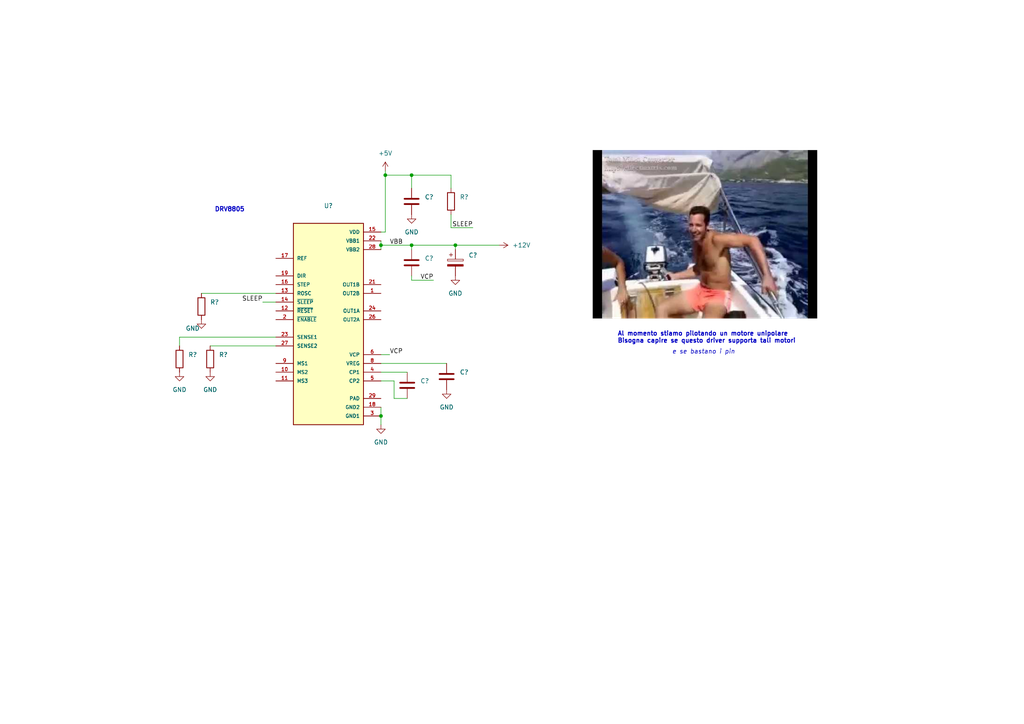
<source format=kicad_sch>
(kicad_sch (version 20211123) (generator eeschema)
  (paper "A4")
  (lib_symbols
    (symbol "A4988:A4988SETTR-T" (pin_names (offset 1.016))
      (property "Reference" "U" (at -10.16 27.94 0))
      (property "Value" "A4988SETTR-T" (at -10.16 -33.0454 0))
      (symbol "A4988SETTR-T_0_0"
        (rectangle (start -10.16 -30.48) (end 10.16 27.94) (stroke (width 0.254)) (fill (type background)))
        (pin output line (at 15.24 7.62 180) (length 5.08) (name "OUT2B") (number "1"))
        (pin input line (at -15.24 -15.24 0) (length 5.08) (name "MS2") (number "10"))
        (pin input line (at -15.24 -17.78 0) (length 5.08) (name "MS3") (number "11"))
        (pin input line (at -15.24 2.54 0) (length 5.08) (name "~{RESET}") (number "12"))
        (pin input line (at -15.24 7.62 0) (length 5.08) (name "ROSC") (number "13"))
        (pin input line (at -15.24 5.08 0) (length 5.08) (name "~{SLEEP}") (number "14"))
        (pin power_in line (at 15.24 25.4 180) (length 5.08) (name "VDD") (number "15"))
        (pin input line (at -15.24 10.16 0) (length 5.08) (name "STEP") (number "16"))
        (pin input line (at -15.24 17.78 0) (length 5.08) (name "REF") (number "17"))
        (pin passive line (at 15.24 -25.4 180) (length 5.08) (name "GND2") (number "18"))
        (pin input line (at -15.24 12.7 0) (length 5.08) (name "DIR") (number "19"))
        (pin input line (at -15.24 0 0) (length 5.08) (name "~{ENABLE}") (number "2"))
        (pin output line (at 15.24 10.16 180) (length 5.08) (name "OUT1B") (number "21"))
        (pin power_in line (at 15.24 22.86 180) (length 5.08) (name "VBB1") (number "22"))
        (pin input line (at -15.24 -5.08 0) (length 5.08) (name "SENSE1") (number "23"))
        (pin output line (at 15.24 2.54 180) (length 5.08) (name "OUT1A") (number "24"))
        (pin output line (at 15.24 0 180) (length 5.08) (name "OUT2A") (number "26"))
        (pin input line (at -15.24 -7.62 0) (length 5.08) (name "SENSE2") (number "27"))
        (pin power_in line (at 15.24 20.32 180) (length 5.08) (name "VBB2") (number "28"))
        (pin passive line (at 15.24 -22.86 180) (length 5.08) (name "PAD") (number "29"))
        (pin passive line (at 15.24 -27.94 180) (length 5.08) (name "GND1") (number "3"))
        (pin passive line (at 15.24 -15.24 180) (length 5.08) (name "CP1") (number "4"))
        (pin passive line (at 15.24 -17.78 180) (length 5.08) (name "CP2") (number "5"))
        (pin passive line (at 15.24 -10.16 180) (length 5.08) (name "VCP") (number "6"))
        (pin passive line (at 15.24 -12.7 180) (length 5.08) (name "VREG") (number "8"))
        (pin input line (at -15.24 -12.7 0) (length 5.08) (name "MS1") (number "9"))
      )
    )
    (symbol "Device:C" (pin_numbers hide) (pin_names (offset 0.254))
      (property "Reference" "C" (at 0.635 2.54 0))
      (property "Value" "C" (at 0.635 -2.54 0))
      (symbol "C_0_1"
        (polyline (pts (xy -2.032 -0.762) (xy 2.032 -0.762)) (stroke (width 0.508)))
        (polyline (pts (xy -2.032 0.762) (xy 2.032 0.762)) (stroke (width 0.508)))
      )
      (symbol "C_1_1"
        (pin passive line (at 0 3.81 270) (length 2.794) (name "~") (number "1"))
        (pin passive line (at 0 -3.81 90) (length 2.794) (name "~") (number "2"))
      )
    )
    (symbol "Device:C_Polarized" (pin_numbers hide) (pin_names (offset 0.254))
      (property "Reference" "C" (at 0.635 2.54 0))
      (property "Value" "C_Polarized" (at 0.635 -2.54 0))
      (symbol "C_Polarized_0_1"
        (rectangle (start -2.286 0.508) (end 2.286 1.016))
        (polyline (pts (xy -1.778 2.286) (xy -0.762 2.286)))
        (polyline (pts (xy -1.27 2.794) (xy -1.27 1.778)))
        (rectangle (start 2.286 -0.508) (end -2.286 -1.016) (fill (type outline)))
      )
      (symbol "C_Polarized_1_1"
        (pin passive line (at 0 3.81 270) (length 2.794) (name "~") (number "1"))
        (pin passive line (at 0 -3.81 90) (length 2.794) (name "~") (number "2"))
      )
    )
    (symbol "Device:R" (pin_numbers hide) (pin_names (offset 0))
      (property "Reference" "R" (at 2.032 0 90))
      (property "Value" "R" (at 0 0 90))
      (symbol "R_0_1"
        (rectangle (start -1.016 -2.54) (end 1.016 2.54) (stroke (width 0.254)))
      )
      (symbol "R_1_1"
        (pin passive line (at 0 3.81 270) (length 1.27) (name "~") (number "1"))
        (pin passive line (at 0 -3.81 90) (length 1.27) (name "~") (number "2"))
      )
    )
    (symbol "power:+12V" (power) (pin_names (offset 0))
      (property "Value" "+12V" (at 0 3.556 0))
      (symbol "+12V_0_1"
        (polyline (pts (xy -0.762 1.27) (xy 0 2.54)))
        (polyline (pts (xy 0 0) (xy 0 2.54)))
        (polyline (pts (xy 0 2.54) (xy 0.762 1.27)))
      )
      (symbol "+12V_1_1"
        (pin power_in line (at 0 0 90) (length 0) hide (name "+12V") (number "1"))
      )
    )
    (symbol "power:+5V" (power) (pin_names (offset 0))
      (property "Value" "+5V" (at 0 3.556 0))
      (symbol "+5V_0_1"
        (polyline (pts (xy -0.762 1.27) (xy 0 2.54)))
        (polyline (pts (xy 0 0) (xy 0 2.54)))
        (polyline (pts (xy 0 2.54) (xy 0.762 1.27)))
      )
      (symbol "+5V_1_1"
        (pin power_in line (at 0 0 90) (length 0) hide (name "+5V") (number "1"))
      )
    )
    (symbol "power:GND" (power) (pin_names (offset 0))
      (property "Value" "GND" (at 0 -3.81 0))
      (symbol "GND_0_1"
        (polyline (pts (xy 0 0) (xy 0 -1.27) (xy 1.27 -1.27) (xy 0 -2.54) (xy -1.27 -1.27) (xy 0 -1.27)))
      )
      (symbol "GND_1_1"
        (pin power_in line (at 0 0 270) (length 0) hide (name "GND") (number "1"))
      )
    )
  )
  (junction (at 132.08 71.12))
  (junction (at 111.76 50.8))
  (junction (at 119.38 71.12))
  (junction (at 110.49 120.65))
  (junction (at 110.49 71.12))
  (junction (at 119.38 50.8))
  (wire (pts (xy 114.3 110.49) (xy 114.3 115.57)))
  (wire (pts (xy 110.49 118.11) (xy 110.49 120.65)))
  (wire (pts (xy 110.49 67.31) (xy 111.76 67.31)))
  (wire (pts (xy 111.76 67.31) (xy 111.76 50.8)))
  (wire (pts (xy 132.08 71.12) (xy 132.08 72.39)))
  (wire (pts (xy 130.81 50.8) (xy 130.81 54.61)))
  (wire (pts (xy 119.38 71.12) (xy 132.08 71.12)))
  (wire (pts (xy 52.07 97.79) (xy 80.01 97.79)))
  (wire (pts (xy 60.96 100.33) (xy 80.01 100.33)))
  (wire (pts (xy 76.2 87.63) (xy 80.01 87.63)))
  (wire (pts (xy 119.38 80.01) (xy 119.38 81.28)))
  (wire (pts (xy 111.76 49.53) (xy 111.76 50.8)))
  (wire (pts (xy 58.42 85.09) (xy 80.01 85.09)))
  (wire (pts (xy 119.38 50.8) (xy 130.81 50.8)))
  (wire (pts (xy 110.49 71.12) (xy 110.49 72.39)))
  (wire (pts (xy 132.08 71.12) (xy 144.78 71.12)))
  (wire (pts (xy 119.38 71.12) (xy 119.38 72.39)))
  (wire (pts (xy 111.76 50.8) (xy 119.38 50.8)))
  (wire (pts (xy 110.49 71.12) (xy 119.38 71.12)))
  (wire (pts (xy 110.49 105.41) (xy 129.54 105.41)))
  (wire (pts (xy 119.38 50.8) (xy 119.38 54.61)))
  (wire (pts (xy 52.07 97.79) (xy 52.07 100.33)))
  (wire (pts (xy 130.81 62.23) (xy 130.81 66.04)))
  (wire (pts (xy 110.49 69.85) (xy 110.49 71.12)))
  (wire (pts (xy 119.38 81.28) (xy 125.73 81.28)))
  (wire (pts (xy 110.49 107.95) (xy 118.11 107.95)))
  (wire (pts (xy 110.49 110.49) (xy 114.3 110.49)))
  (wire (pts (xy 114.3 115.57) (xy 118.11 115.57)))
  (wire (pts (xy 110.49 120.65) (xy 110.49 123.19)))
  (wire (pts (xy 110.49 102.87) (xy 113.03 102.87)))
  (wire (pts (xy 130.81 66.04) (xy 137.16 66.04)))
  (image (at 204.47 67.945) (scale 1.60217))
  (text "Al momento stiamo pilotando un motore unipolare\nBisogna capire se questo driver supporta tali motori" (at 179.07 99.695 0) (effects (font (size 1.27 1.27) (thickness 0.254) bold) (justify left bottom)))
  (text "DRV8805" (at 62.23 61.595 0) (effects (font (size 1.27 1.27) (thickness 0.254) bold) (justify left bottom)))
  (text "e se bastano i pin" (at 194.945 102.87 0) (effects (font (size 1.27 1.27) italic) (justify left bottom)))
  (label "VCP" (at 113.03 102.87 0))
  (label "SLEEP" (at 137.16 66.04 180))
  (label "VBB" (at 113.03 71.12 0))
  (label "VCP" (at 121.92 81.28 0))
  (label "SLEEP" (at 76.2 87.63 180))
  (symbol (lib_id "power:GND") (at 110.49 123.19 0) (unit 1)
    (property "Reference" "#PWR?" (effects hide))
  )
  (symbol (lib_id "power:+5V") (at 111.76 49.53 0) (unit 1)
    (property "Reference" "#PWR?" (effects hide))
  )
  (symbol (lib_id "A4988:A4988SETTR-T") (at 95.25 92.71 0) (unit 1)
    (property "Reference" "U?" (at 95.25 59.69 0))
    (property "MANUFACTURER" "Allegro MicroSystems" (effects hide))
  )
  (symbol (lib_id "power:GND") (at 132.08 80.01 0) (unit 1)
    (property "Reference" "#PWR?" (effects hide))
  )
  (symbol (lib_id "Device:C") (at 119.38 58.42 0) (unit 1)
    (property "Reference" "C?" (at 123.19 57.1499 0) (effects (justify left)))
  )
  (symbol (lib_id "power:GND") (at 119.38 62.23 0) (unit 1)
    (property "Reference" "#PWR?" (effects hide))
  )
  (symbol (lib_id "Device:R") (at 52.07 104.14 0) (unit 1)
    (property "Reference" "R?" (at 54.61 102.8699 0) (effects (justify left)))
  )
  (symbol (lib_id "Device:R") (at 58.42 88.9 0) (unit 1)
    (property "Reference" "R?" (at 60.96 87.6299 0) (effects (justify left)))
  )
  (symbol (lib_id "power:+12V") (at 144.78 71.12 270) (unit 1)
    (property "Reference" "#PWR?" (effects hide))
  )
  (symbol (lib_id "Device:R") (at 60.96 104.14 0) (unit 1)
    (property "Reference" "R?" (at 63.5 102.8699 0) (effects (justify left)))
  )
  (symbol (lib_id "power:GND") (at 129.54 113.03 0) (unit 1)
    (property "Reference" "#PWR?" (effects hide))
  )
  (symbol (lib_id "power:GND") (at 52.07 107.95 0) (unit 1)
    (property "Reference" "#PWR?" (effects hide))
  )
  (symbol (lib_id "Device:R") (at 130.81 58.42 0) (unit 1)
    (property "Reference" "R?" (at 133.35 57.1499 0) (effects (justify left)))
  )
  (symbol (lib_id "Device:C") (at 119.38 76.2 0) (unit 1)
    (property "Reference" "C?" (at 123.19 74.9299 0) (effects (justify left)))
  )
  (symbol (lib_id "power:GND") (at 58.42 92.71 0) (unit 1)
    (property "Reference" "#PWR?" (effects hide))
  )
  (symbol (lib_id "Device:C") (at 129.54 109.22 0) (unit 1)
    (property "Reference" "C?" (at 133.35 107.9499 0) (effects (justify left)))
  )
  (symbol (lib_id "power:GND") (at 60.96 107.95 0) (unit 1)
    (property "Reference" "#PWR?" (effects hide))
  )
  (symbol (lib_id "Device:C_Polarized") (at 132.08 76.2 0) (unit 1)
    (property "Reference" "C?" (at 135.89 74.0409 0) (effects (justify left)))
  )
  (symbol (lib_id "Device:C") (at 118.11 111.76 0) (unit 1)
    (property "Reference" "C?" (at 121.92 110.4899 0) (effects (justify left)))
  )
)
</source>
